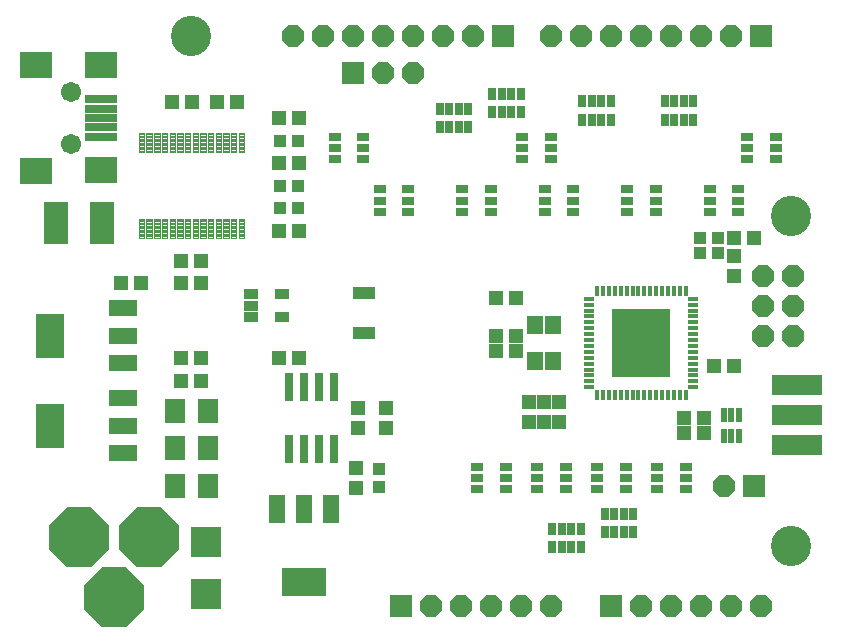
<source format=gts>
G75*
G70*
%OFA0B0*%
%FSLAX24Y24*%
%IPPOS*%
%LPD*%
%AMOC8*
5,1,8,0,0,1.08239X$1,22.5*
%
%ADD10C,0.1340*%
%ADD11OC8,0.0720*%
%ADD12R,0.0513X0.0474*%
%ADD13R,0.0720X0.0720*%
%ADD14R,0.0710X0.0789*%
%ADD15R,0.0474X0.0513*%
%ADD16R,0.0395X0.0395*%
%ADD17R,0.1025X0.1025*%
%ADD18OC8,0.1980*%
%ADD19C,0.0046*%
%ADD20R,0.0828X0.1419*%
%ADD21R,0.0960X0.0560*%
%ADD22R,0.0946X0.1497*%
%ADD23R,0.0316X0.0946*%
%ADD24R,0.0960X0.0560*%
%ADD25R,0.0560X0.0960*%
%ADD26R,0.1497X0.0946*%
%ADD27R,0.0178X0.0356*%
%ADD28R,0.0356X0.0178*%
%ADD29R,0.1950X0.2304*%
%ADD30R,0.0218X0.0474*%
%ADD31R,0.1680X0.0680*%
%ADD32R,0.0533X0.0631*%
%ADD33R,0.1064X0.0867*%
%ADD34R,0.1064X0.0277*%
%ADD35C,0.0674*%
%ADD36R,0.0395X0.0297*%
%ADD37R,0.0470X0.0352*%
%ADD38R,0.0749X0.0395*%
%ADD39R,0.0277X0.0434*%
D10*
X006847Y021340D03*
X026847Y015340D03*
X026847Y004340D03*
D11*
X025847Y002340D03*
X024847Y002340D03*
X023847Y002340D03*
X022847Y002340D03*
X021847Y002340D03*
X018847Y002340D03*
X017847Y002340D03*
X016847Y002340D03*
X015847Y002340D03*
X014847Y002340D03*
X024597Y006340D03*
X025902Y011321D03*
X026902Y011321D03*
X026902Y012321D03*
X025902Y012321D03*
X025902Y013321D03*
X026902Y013321D03*
X024847Y021340D03*
X023847Y021340D03*
X022847Y021340D03*
X021847Y021340D03*
X020847Y021340D03*
X019847Y021340D03*
X018847Y021340D03*
X016247Y021340D03*
X015247Y021340D03*
X014247Y021340D03*
X013247Y021340D03*
X012247Y021340D03*
X011247Y021340D03*
X010247Y021340D03*
X013247Y020090D03*
X014247Y020090D03*
D12*
X008381Y019140D03*
X007712Y019140D03*
X006881Y019140D03*
X006212Y019140D03*
X006512Y013090D03*
X007181Y013090D03*
X005181Y013090D03*
X004512Y013090D03*
X009762Y010590D03*
X010431Y010590D03*
X013347Y008925D03*
X013347Y008256D03*
X012347Y006925D03*
X012347Y006256D03*
X017012Y010840D03*
X017012Y011340D03*
X017681Y011340D03*
X017681Y010840D03*
X017681Y012590D03*
X017012Y012590D03*
X023262Y008590D03*
X023931Y008590D03*
X023931Y008090D03*
X023262Y008090D03*
X024262Y010340D03*
X024931Y010340D03*
X024927Y013326D03*
X024927Y013995D03*
D13*
X025847Y021340D03*
X017247Y021340D03*
X012247Y020090D03*
X025597Y006340D03*
X020847Y002340D03*
X013847Y002340D03*
D14*
X007398Y006340D03*
X006295Y006340D03*
X006295Y007590D03*
X007398Y007590D03*
X007398Y008840D03*
X006295Y008840D03*
D15*
X006512Y009840D03*
X007181Y009840D03*
X007181Y010590D03*
X006512Y010590D03*
X006512Y013840D03*
X007181Y013840D03*
X009762Y014840D03*
X010431Y014840D03*
X010431Y017090D03*
X009762Y017090D03*
X009762Y018590D03*
X010431Y018590D03*
X018097Y009125D03*
X018597Y009125D03*
X019097Y009125D03*
X019097Y008456D03*
X018597Y008456D03*
X018097Y008456D03*
X012397Y008256D03*
X012397Y008925D03*
X024922Y014580D03*
X025591Y014580D03*
D16*
X024392Y014590D03*
X024392Y014090D03*
X023801Y014090D03*
X023801Y014590D03*
X013097Y006886D03*
X013097Y006295D03*
X010392Y015590D03*
X009801Y015590D03*
X009801Y016340D03*
X010392Y016340D03*
X010392Y017840D03*
X009801Y017840D03*
D17*
X007347Y004457D03*
X007347Y002724D03*
D18*
X004267Y002640D03*
X005447Y004610D03*
X003087Y004610D03*
D19*
X005091Y014601D02*
X005275Y014601D01*
X005091Y014601D02*
X005091Y015225D01*
X005275Y015225D01*
X005275Y014601D01*
X005275Y014646D02*
X005091Y014646D01*
X005091Y014691D02*
X005275Y014691D01*
X005275Y014736D02*
X005091Y014736D01*
X005091Y014781D02*
X005275Y014781D01*
X005275Y014826D02*
X005091Y014826D01*
X005091Y014871D02*
X005275Y014871D01*
X005275Y014916D02*
X005091Y014916D01*
X005091Y014961D02*
X005275Y014961D01*
X005275Y015006D02*
X005091Y015006D01*
X005091Y015051D02*
X005275Y015051D01*
X005275Y015096D02*
X005091Y015096D01*
X005091Y015141D02*
X005275Y015141D01*
X005275Y015186D02*
X005091Y015186D01*
X005347Y014601D02*
X005531Y014601D01*
X005347Y014601D02*
X005347Y015225D01*
X005531Y015225D01*
X005531Y014601D01*
X005531Y014646D02*
X005347Y014646D01*
X005347Y014691D02*
X005531Y014691D01*
X005531Y014736D02*
X005347Y014736D01*
X005347Y014781D02*
X005531Y014781D01*
X005531Y014826D02*
X005347Y014826D01*
X005347Y014871D02*
X005531Y014871D01*
X005531Y014916D02*
X005347Y014916D01*
X005347Y014961D02*
X005531Y014961D01*
X005531Y015006D02*
X005347Y015006D01*
X005347Y015051D02*
X005531Y015051D01*
X005531Y015096D02*
X005347Y015096D01*
X005347Y015141D02*
X005531Y015141D01*
X005531Y015186D02*
X005347Y015186D01*
X005603Y014601D02*
X005787Y014601D01*
X005603Y014601D02*
X005603Y015225D01*
X005787Y015225D01*
X005787Y014601D01*
X005787Y014646D02*
X005603Y014646D01*
X005603Y014691D02*
X005787Y014691D01*
X005787Y014736D02*
X005603Y014736D01*
X005603Y014781D02*
X005787Y014781D01*
X005787Y014826D02*
X005603Y014826D01*
X005603Y014871D02*
X005787Y014871D01*
X005787Y014916D02*
X005603Y014916D01*
X005603Y014961D02*
X005787Y014961D01*
X005787Y015006D02*
X005603Y015006D01*
X005603Y015051D02*
X005787Y015051D01*
X005787Y015096D02*
X005603Y015096D01*
X005603Y015141D02*
X005787Y015141D01*
X005787Y015186D02*
X005603Y015186D01*
X005859Y014601D02*
X006043Y014601D01*
X005859Y014601D02*
X005859Y015225D01*
X006043Y015225D01*
X006043Y014601D01*
X006043Y014646D02*
X005859Y014646D01*
X005859Y014691D02*
X006043Y014691D01*
X006043Y014736D02*
X005859Y014736D01*
X005859Y014781D02*
X006043Y014781D01*
X006043Y014826D02*
X005859Y014826D01*
X005859Y014871D02*
X006043Y014871D01*
X006043Y014916D02*
X005859Y014916D01*
X005859Y014961D02*
X006043Y014961D01*
X006043Y015006D02*
X005859Y015006D01*
X005859Y015051D02*
X006043Y015051D01*
X006043Y015096D02*
X005859Y015096D01*
X005859Y015141D02*
X006043Y015141D01*
X006043Y015186D02*
X005859Y015186D01*
X006115Y014601D02*
X006299Y014601D01*
X006115Y014601D02*
X006115Y015225D01*
X006299Y015225D01*
X006299Y014601D01*
X006299Y014646D02*
X006115Y014646D01*
X006115Y014691D02*
X006299Y014691D01*
X006299Y014736D02*
X006115Y014736D01*
X006115Y014781D02*
X006299Y014781D01*
X006299Y014826D02*
X006115Y014826D01*
X006115Y014871D02*
X006299Y014871D01*
X006299Y014916D02*
X006115Y014916D01*
X006115Y014961D02*
X006299Y014961D01*
X006299Y015006D02*
X006115Y015006D01*
X006115Y015051D02*
X006299Y015051D01*
X006299Y015096D02*
X006115Y015096D01*
X006115Y015141D02*
X006299Y015141D01*
X006299Y015186D02*
X006115Y015186D01*
X006371Y014601D02*
X006555Y014601D01*
X006371Y014601D02*
X006371Y015225D01*
X006555Y015225D01*
X006555Y014601D01*
X006555Y014646D02*
X006371Y014646D01*
X006371Y014691D02*
X006555Y014691D01*
X006555Y014736D02*
X006371Y014736D01*
X006371Y014781D02*
X006555Y014781D01*
X006555Y014826D02*
X006371Y014826D01*
X006371Y014871D02*
X006555Y014871D01*
X006555Y014916D02*
X006371Y014916D01*
X006371Y014961D02*
X006555Y014961D01*
X006555Y015006D02*
X006371Y015006D01*
X006371Y015051D02*
X006555Y015051D01*
X006555Y015096D02*
X006371Y015096D01*
X006371Y015141D02*
X006555Y015141D01*
X006555Y015186D02*
X006371Y015186D01*
X006627Y014601D02*
X006811Y014601D01*
X006627Y014601D02*
X006627Y015225D01*
X006811Y015225D01*
X006811Y014601D01*
X006811Y014646D02*
X006627Y014646D01*
X006627Y014691D02*
X006811Y014691D01*
X006811Y014736D02*
X006627Y014736D01*
X006627Y014781D02*
X006811Y014781D01*
X006811Y014826D02*
X006627Y014826D01*
X006627Y014871D02*
X006811Y014871D01*
X006811Y014916D02*
X006627Y014916D01*
X006627Y014961D02*
X006811Y014961D01*
X006811Y015006D02*
X006627Y015006D01*
X006627Y015051D02*
X006811Y015051D01*
X006811Y015096D02*
X006627Y015096D01*
X006627Y015141D02*
X006811Y015141D01*
X006811Y015186D02*
X006627Y015186D01*
X006883Y014601D02*
X007067Y014601D01*
X006883Y014601D02*
X006883Y015225D01*
X007067Y015225D01*
X007067Y014601D01*
X007067Y014646D02*
X006883Y014646D01*
X006883Y014691D02*
X007067Y014691D01*
X007067Y014736D02*
X006883Y014736D01*
X006883Y014781D02*
X007067Y014781D01*
X007067Y014826D02*
X006883Y014826D01*
X006883Y014871D02*
X007067Y014871D01*
X007067Y014916D02*
X006883Y014916D01*
X006883Y014961D02*
X007067Y014961D01*
X007067Y015006D02*
X006883Y015006D01*
X006883Y015051D02*
X007067Y015051D01*
X007067Y015096D02*
X006883Y015096D01*
X006883Y015141D02*
X007067Y015141D01*
X007067Y015186D02*
X006883Y015186D01*
X007138Y014601D02*
X007322Y014601D01*
X007138Y014601D02*
X007138Y015225D01*
X007322Y015225D01*
X007322Y014601D01*
X007322Y014646D02*
X007138Y014646D01*
X007138Y014691D02*
X007322Y014691D01*
X007322Y014736D02*
X007138Y014736D01*
X007138Y014781D02*
X007322Y014781D01*
X007322Y014826D02*
X007138Y014826D01*
X007138Y014871D02*
X007322Y014871D01*
X007322Y014916D02*
X007138Y014916D01*
X007138Y014961D02*
X007322Y014961D01*
X007322Y015006D02*
X007138Y015006D01*
X007138Y015051D02*
X007322Y015051D01*
X007322Y015096D02*
X007138Y015096D01*
X007138Y015141D02*
X007322Y015141D01*
X007322Y015186D02*
X007138Y015186D01*
X007394Y014601D02*
X007578Y014601D01*
X007394Y014601D02*
X007394Y015225D01*
X007578Y015225D01*
X007578Y014601D01*
X007578Y014646D02*
X007394Y014646D01*
X007394Y014691D02*
X007578Y014691D01*
X007578Y014736D02*
X007394Y014736D01*
X007394Y014781D02*
X007578Y014781D01*
X007578Y014826D02*
X007394Y014826D01*
X007394Y014871D02*
X007578Y014871D01*
X007578Y014916D02*
X007394Y014916D01*
X007394Y014961D02*
X007578Y014961D01*
X007578Y015006D02*
X007394Y015006D01*
X007394Y015051D02*
X007578Y015051D01*
X007578Y015096D02*
X007394Y015096D01*
X007394Y015141D02*
X007578Y015141D01*
X007578Y015186D02*
X007394Y015186D01*
X007650Y014601D02*
X007834Y014601D01*
X007650Y014601D02*
X007650Y015225D01*
X007834Y015225D01*
X007834Y014601D01*
X007834Y014646D02*
X007650Y014646D01*
X007650Y014691D02*
X007834Y014691D01*
X007834Y014736D02*
X007650Y014736D01*
X007650Y014781D02*
X007834Y014781D01*
X007834Y014826D02*
X007650Y014826D01*
X007650Y014871D02*
X007834Y014871D01*
X007834Y014916D02*
X007650Y014916D01*
X007650Y014961D02*
X007834Y014961D01*
X007834Y015006D02*
X007650Y015006D01*
X007650Y015051D02*
X007834Y015051D01*
X007834Y015096D02*
X007650Y015096D01*
X007650Y015141D02*
X007834Y015141D01*
X007834Y015186D02*
X007650Y015186D01*
X007906Y014601D02*
X008090Y014601D01*
X007906Y014601D02*
X007906Y015225D01*
X008090Y015225D01*
X008090Y014601D01*
X008090Y014646D02*
X007906Y014646D01*
X007906Y014691D02*
X008090Y014691D01*
X008090Y014736D02*
X007906Y014736D01*
X007906Y014781D02*
X008090Y014781D01*
X008090Y014826D02*
X007906Y014826D01*
X007906Y014871D02*
X008090Y014871D01*
X008090Y014916D02*
X007906Y014916D01*
X007906Y014961D02*
X008090Y014961D01*
X008090Y015006D02*
X007906Y015006D01*
X007906Y015051D02*
X008090Y015051D01*
X008090Y015096D02*
X007906Y015096D01*
X007906Y015141D02*
X008090Y015141D01*
X008090Y015186D02*
X007906Y015186D01*
X008162Y014601D02*
X008346Y014601D01*
X008162Y014601D02*
X008162Y015225D01*
X008346Y015225D01*
X008346Y014601D01*
X008346Y014646D02*
X008162Y014646D01*
X008162Y014691D02*
X008346Y014691D01*
X008346Y014736D02*
X008162Y014736D01*
X008162Y014781D02*
X008346Y014781D01*
X008346Y014826D02*
X008162Y014826D01*
X008162Y014871D02*
X008346Y014871D01*
X008346Y014916D02*
X008162Y014916D01*
X008162Y014961D02*
X008346Y014961D01*
X008346Y015006D02*
X008162Y015006D01*
X008162Y015051D02*
X008346Y015051D01*
X008346Y015096D02*
X008162Y015096D01*
X008162Y015141D02*
X008346Y015141D01*
X008346Y015186D02*
X008162Y015186D01*
X008418Y014601D02*
X008602Y014601D01*
X008418Y014601D02*
X008418Y015225D01*
X008602Y015225D01*
X008602Y014601D01*
X008602Y014646D02*
X008418Y014646D01*
X008418Y014691D02*
X008602Y014691D01*
X008602Y014736D02*
X008418Y014736D01*
X008418Y014781D02*
X008602Y014781D01*
X008602Y014826D02*
X008418Y014826D01*
X008418Y014871D02*
X008602Y014871D01*
X008602Y014916D02*
X008418Y014916D01*
X008418Y014961D02*
X008602Y014961D01*
X008602Y015006D02*
X008418Y015006D01*
X008418Y015051D02*
X008602Y015051D01*
X008602Y015096D02*
X008418Y015096D01*
X008418Y015141D02*
X008602Y015141D01*
X008602Y015186D02*
X008418Y015186D01*
X008418Y017456D02*
X008602Y017456D01*
X008418Y017456D02*
X008418Y018080D01*
X008602Y018080D01*
X008602Y017456D01*
X008602Y017501D02*
X008418Y017501D01*
X008418Y017546D02*
X008602Y017546D01*
X008602Y017591D02*
X008418Y017591D01*
X008418Y017636D02*
X008602Y017636D01*
X008602Y017681D02*
X008418Y017681D01*
X008418Y017726D02*
X008602Y017726D01*
X008602Y017771D02*
X008418Y017771D01*
X008418Y017816D02*
X008602Y017816D01*
X008602Y017861D02*
X008418Y017861D01*
X008418Y017906D02*
X008602Y017906D01*
X008602Y017951D02*
X008418Y017951D01*
X008418Y017996D02*
X008602Y017996D01*
X008602Y018041D02*
X008418Y018041D01*
X008346Y017456D02*
X008162Y017456D01*
X008162Y018080D01*
X008346Y018080D01*
X008346Y017456D01*
X008346Y017501D02*
X008162Y017501D01*
X008162Y017546D02*
X008346Y017546D01*
X008346Y017591D02*
X008162Y017591D01*
X008162Y017636D02*
X008346Y017636D01*
X008346Y017681D02*
X008162Y017681D01*
X008162Y017726D02*
X008346Y017726D01*
X008346Y017771D02*
X008162Y017771D01*
X008162Y017816D02*
X008346Y017816D01*
X008346Y017861D02*
X008162Y017861D01*
X008162Y017906D02*
X008346Y017906D01*
X008346Y017951D02*
X008162Y017951D01*
X008162Y017996D02*
X008346Y017996D01*
X008346Y018041D02*
X008162Y018041D01*
X008090Y017456D02*
X007906Y017456D01*
X007906Y018080D01*
X008090Y018080D01*
X008090Y017456D01*
X008090Y017501D02*
X007906Y017501D01*
X007906Y017546D02*
X008090Y017546D01*
X008090Y017591D02*
X007906Y017591D01*
X007906Y017636D02*
X008090Y017636D01*
X008090Y017681D02*
X007906Y017681D01*
X007906Y017726D02*
X008090Y017726D01*
X008090Y017771D02*
X007906Y017771D01*
X007906Y017816D02*
X008090Y017816D01*
X008090Y017861D02*
X007906Y017861D01*
X007906Y017906D02*
X008090Y017906D01*
X008090Y017951D02*
X007906Y017951D01*
X007906Y017996D02*
X008090Y017996D01*
X008090Y018041D02*
X007906Y018041D01*
X007834Y017456D02*
X007650Y017456D01*
X007650Y018080D01*
X007834Y018080D01*
X007834Y017456D01*
X007834Y017501D02*
X007650Y017501D01*
X007650Y017546D02*
X007834Y017546D01*
X007834Y017591D02*
X007650Y017591D01*
X007650Y017636D02*
X007834Y017636D01*
X007834Y017681D02*
X007650Y017681D01*
X007650Y017726D02*
X007834Y017726D01*
X007834Y017771D02*
X007650Y017771D01*
X007650Y017816D02*
X007834Y017816D01*
X007834Y017861D02*
X007650Y017861D01*
X007650Y017906D02*
X007834Y017906D01*
X007834Y017951D02*
X007650Y017951D01*
X007650Y017996D02*
X007834Y017996D01*
X007834Y018041D02*
X007650Y018041D01*
X007578Y017456D02*
X007394Y017456D01*
X007394Y018080D01*
X007578Y018080D01*
X007578Y017456D01*
X007578Y017501D02*
X007394Y017501D01*
X007394Y017546D02*
X007578Y017546D01*
X007578Y017591D02*
X007394Y017591D01*
X007394Y017636D02*
X007578Y017636D01*
X007578Y017681D02*
X007394Y017681D01*
X007394Y017726D02*
X007578Y017726D01*
X007578Y017771D02*
X007394Y017771D01*
X007394Y017816D02*
X007578Y017816D01*
X007578Y017861D02*
X007394Y017861D01*
X007394Y017906D02*
X007578Y017906D01*
X007578Y017951D02*
X007394Y017951D01*
X007394Y017996D02*
X007578Y017996D01*
X007578Y018041D02*
X007394Y018041D01*
X007322Y017456D02*
X007138Y017456D01*
X007138Y018080D01*
X007322Y018080D01*
X007322Y017456D01*
X007322Y017501D02*
X007138Y017501D01*
X007138Y017546D02*
X007322Y017546D01*
X007322Y017591D02*
X007138Y017591D01*
X007138Y017636D02*
X007322Y017636D01*
X007322Y017681D02*
X007138Y017681D01*
X007138Y017726D02*
X007322Y017726D01*
X007322Y017771D02*
X007138Y017771D01*
X007138Y017816D02*
X007322Y017816D01*
X007322Y017861D02*
X007138Y017861D01*
X007138Y017906D02*
X007322Y017906D01*
X007322Y017951D02*
X007138Y017951D01*
X007138Y017996D02*
X007322Y017996D01*
X007322Y018041D02*
X007138Y018041D01*
X007067Y017456D02*
X006883Y017456D01*
X006883Y018080D01*
X007067Y018080D01*
X007067Y017456D01*
X007067Y017501D02*
X006883Y017501D01*
X006883Y017546D02*
X007067Y017546D01*
X007067Y017591D02*
X006883Y017591D01*
X006883Y017636D02*
X007067Y017636D01*
X007067Y017681D02*
X006883Y017681D01*
X006883Y017726D02*
X007067Y017726D01*
X007067Y017771D02*
X006883Y017771D01*
X006883Y017816D02*
X007067Y017816D01*
X007067Y017861D02*
X006883Y017861D01*
X006883Y017906D02*
X007067Y017906D01*
X007067Y017951D02*
X006883Y017951D01*
X006883Y017996D02*
X007067Y017996D01*
X007067Y018041D02*
X006883Y018041D01*
X006811Y017456D02*
X006627Y017456D01*
X006627Y018080D01*
X006811Y018080D01*
X006811Y017456D01*
X006811Y017501D02*
X006627Y017501D01*
X006627Y017546D02*
X006811Y017546D01*
X006811Y017591D02*
X006627Y017591D01*
X006627Y017636D02*
X006811Y017636D01*
X006811Y017681D02*
X006627Y017681D01*
X006627Y017726D02*
X006811Y017726D01*
X006811Y017771D02*
X006627Y017771D01*
X006627Y017816D02*
X006811Y017816D01*
X006811Y017861D02*
X006627Y017861D01*
X006627Y017906D02*
X006811Y017906D01*
X006811Y017951D02*
X006627Y017951D01*
X006627Y017996D02*
X006811Y017996D01*
X006811Y018041D02*
X006627Y018041D01*
X006555Y017456D02*
X006371Y017456D01*
X006371Y018080D01*
X006555Y018080D01*
X006555Y017456D01*
X006555Y017501D02*
X006371Y017501D01*
X006371Y017546D02*
X006555Y017546D01*
X006555Y017591D02*
X006371Y017591D01*
X006371Y017636D02*
X006555Y017636D01*
X006555Y017681D02*
X006371Y017681D01*
X006371Y017726D02*
X006555Y017726D01*
X006555Y017771D02*
X006371Y017771D01*
X006371Y017816D02*
X006555Y017816D01*
X006555Y017861D02*
X006371Y017861D01*
X006371Y017906D02*
X006555Y017906D01*
X006555Y017951D02*
X006371Y017951D01*
X006371Y017996D02*
X006555Y017996D01*
X006555Y018041D02*
X006371Y018041D01*
X006299Y017456D02*
X006115Y017456D01*
X006115Y018080D01*
X006299Y018080D01*
X006299Y017456D01*
X006299Y017501D02*
X006115Y017501D01*
X006115Y017546D02*
X006299Y017546D01*
X006299Y017591D02*
X006115Y017591D01*
X006115Y017636D02*
X006299Y017636D01*
X006299Y017681D02*
X006115Y017681D01*
X006115Y017726D02*
X006299Y017726D01*
X006299Y017771D02*
X006115Y017771D01*
X006115Y017816D02*
X006299Y017816D01*
X006299Y017861D02*
X006115Y017861D01*
X006115Y017906D02*
X006299Y017906D01*
X006299Y017951D02*
X006115Y017951D01*
X006115Y017996D02*
X006299Y017996D01*
X006299Y018041D02*
X006115Y018041D01*
X006043Y017456D02*
X005859Y017456D01*
X005859Y018080D01*
X006043Y018080D01*
X006043Y017456D01*
X006043Y017501D02*
X005859Y017501D01*
X005859Y017546D02*
X006043Y017546D01*
X006043Y017591D02*
X005859Y017591D01*
X005859Y017636D02*
X006043Y017636D01*
X006043Y017681D02*
X005859Y017681D01*
X005859Y017726D02*
X006043Y017726D01*
X006043Y017771D02*
X005859Y017771D01*
X005859Y017816D02*
X006043Y017816D01*
X006043Y017861D02*
X005859Y017861D01*
X005859Y017906D02*
X006043Y017906D01*
X006043Y017951D02*
X005859Y017951D01*
X005859Y017996D02*
X006043Y017996D01*
X006043Y018041D02*
X005859Y018041D01*
X005787Y017456D02*
X005603Y017456D01*
X005603Y018080D01*
X005787Y018080D01*
X005787Y017456D01*
X005787Y017501D02*
X005603Y017501D01*
X005603Y017546D02*
X005787Y017546D01*
X005787Y017591D02*
X005603Y017591D01*
X005603Y017636D02*
X005787Y017636D01*
X005787Y017681D02*
X005603Y017681D01*
X005603Y017726D02*
X005787Y017726D01*
X005787Y017771D02*
X005603Y017771D01*
X005603Y017816D02*
X005787Y017816D01*
X005787Y017861D02*
X005603Y017861D01*
X005603Y017906D02*
X005787Y017906D01*
X005787Y017951D02*
X005603Y017951D01*
X005603Y017996D02*
X005787Y017996D01*
X005787Y018041D02*
X005603Y018041D01*
X005531Y017456D02*
X005347Y017456D01*
X005347Y018080D01*
X005531Y018080D01*
X005531Y017456D01*
X005531Y017501D02*
X005347Y017501D01*
X005347Y017546D02*
X005531Y017546D01*
X005531Y017591D02*
X005347Y017591D01*
X005347Y017636D02*
X005531Y017636D01*
X005531Y017681D02*
X005347Y017681D01*
X005347Y017726D02*
X005531Y017726D01*
X005531Y017771D02*
X005347Y017771D01*
X005347Y017816D02*
X005531Y017816D01*
X005531Y017861D02*
X005347Y017861D01*
X005347Y017906D02*
X005531Y017906D01*
X005531Y017951D02*
X005347Y017951D01*
X005347Y017996D02*
X005531Y017996D01*
X005531Y018041D02*
X005347Y018041D01*
X005275Y017456D02*
X005091Y017456D01*
X005091Y018080D01*
X005275Y018080D01*
X005275Y017456D01*
X005275Y017501D02*
X005091Y017501D01*
X005091Y017546D02*
X005275Y017546D01*
X005275Y017591D02*
X005091Y017591D01*
X005091Y017636D02*
X005275Y017636D01*
X005275Y017681D02*
X005091Y017681D01*
X005091Y017726D02*
X005275Y017726D01*
X005275Y017771D02*
X005091Y017771D01*
X005091Y017816D02*
X005275Y017816D01*
X005275Y017861D02*
X005091Y017861D01*
X005091Y017906D02*
X005275Y017906D01*
X005275Y017951D02*
X005091Y017951D01*
X005091Y017996D02*
X005275Y017996D01*
X005275Y018041D02*
X005091Y018041D01*
D20*
X003864Y015090D03*
X002329Y015090D03*
D21*
X004567Y012250D03*
X004567Y011340D03*
X004567Y010430D03*
D22*
X002127Y011340D03*
X002127Y008340D03*
D23*
X010097Y007567D03*
X010597Y007567D03*
X011097Y007567D03*
X011597Y007567D03*
X011597Y009614D03*
X011097Y009614D03*
X010597Y009614D03*
X010097Y009614D03*
D24*
X004567Y009250D03*
X004567Y008340D03*
X004567Y007431D03*
D25*
X009687Y005561D03*
X010597Y005561D03*
X011506Y005561D03*
D26*
X010597Y003120D03*
D27*
X020370Y009358D03*
X020567Y009358D03*
X020764Y009358D03*
X020961Y009358D03*
X021158Y009358D03*
X021354Y009358D03*
X021551Y009358D03*
X021748Y009358D03*
X021945Y009358D03*
X022142Y009358D03*
X022339Y009358D03*
X022536Y009358D03*
X022732Y009358D03*
X022929Y009358D03*
X023126Y009358D03*
X023323Y009358D03*
X023323Y012823D03*
X023126Y012823D03*
X022929Y012823D03*
X022732Y012823D03*
X022536Y012823D03*
X022339Y012823D03*
X022142Y012823D03*
X021945Y012823D03*
X021748Y012823D03*
X021551Y012823D03*
X021354Y012823D03*
X021158Y012823D03*
X020961Y012823D03*
X020764Y012823D03*
X020567Y012823D03*
X020370Y012823D03*
D28*
X020114Y012567D03*
X020114Y012370D03*
X020114Y012173D03*
X020114Y011976D03*
X020114Y011779D03*
X020114Y011583D03*
X020114Y011386D03*
X020114Y011189D03*
X020114Y010992D03*
X020114Y010795D03*
X020114Y010598D03*
X020114Y010401D03*
X020114Y010205D03*
X020114Y010008D03*
X020114Y009811D03*
X020114Y009614D03*
X023579Y009614D03*
X023579Y009811D03*
X023579Y010008D03*
X023579Y010205D03*
X023579Y010401D03*
X023579Y010598D03*
X023579Y010795D03*
X023579Y010992D03*
X023579Y011189D03*
X023579Y011386D03*
X023579Y011583D03*
X023579Y011779D03*
X023579Y011976D03*
X023579Y012173D03*
X023579Y012370D03*
X023579Y012567D03*
D29*
X021847Y011090D03*
D30*
X024591Y008695D03*
X024847Y008695D03*
X025103Y008695D03*
X025103Y007986D03*
X024847Y007986D03*
X024591Y007986D03*
D31*
X027047Y007690D03*
X027047Y008690D03*
X027047Y009690D03*
D32*
X018912Y010500D03*
X018282Y010500D03*
X018282Y011681D03*
X018912Y011681D03*
D33*
X003831Y016858D03*
X001666Y016819D03*
X001666Y020362D03*
X003831Y020362D03*
D34*
X003831Y019220D03*
X003831Y018905D03*
X003831Y018590D03*
X003831Y018276D03*
X003831Y017961D03*
D35*
X002847Y017724D03*
X002847Y019457D03*
D36*
X011624Y017964D03*
X011624Y017590D03*
X011624Y017216D03*
X012569Y017216D03*
X012569Y017590D03*
X012569Y017964D03*
X013124Y016214D03*
X013124Y015840D03*
X013124Y015466D03*
X014069Y015466D03*
X014069Y015840D03*
X014069Y016214D03*
X015874Y016214D03*
X015874Y015840D03*
X015874Y015466D03*
X016819Y015466D03*
X016819Y015840D03*
X016819Y016214D03*
X017874Y017216D03*
X017874Y017590D03*
X017874Y017964D03*
X018819Y017964D03*
X018819Y017590D03*
X018819Y017216D03*
X018624Y016214D03*
X018624Y015840D03*
X018624Y015466D03*
X019569Y015466D03*
X019569Y015840D03*
X019569Y016214D03*
X021374Y016214D03*
X021374Y015840D03*
X021374Y015466D03*
X022319Y015466D03*
X022319Y015840D03*
X022319Y016214D03*
X024124Y016214D03*
X024124Y015840D03*
X024124Y015466D03*
X025069Y015466D03*
X025069Y015840D03*
X025069Y016214D03*
X025374Y017216D03*
X025374Y017590D03*
X025374Y017964D03*
X026319Y017964D03*
X026319Y017590D03*
X026319Y017216D03*
X023319Y006964D03*
X023319Y006590D03*
X023319Y006216D03*
X022374Y006216D03*
X022374Y006590D03*
X022374Y006964D03*
X021319Y006964D03*
X021319Y006590D03*
X021319Y006216D03*
X020374Y006216D03*
X020374Y006590D03*
X020374Y006964D03*
X019319Y006964D03*
X019319Y006590D03*
X019319Y006216D03*
X018374Y006216D03*
X018374Y006590D03*
X018374Y006964D03*
X017319Y006964D03*
X017319Y006590D03*
X017319Y006216D03*
X016374Y006216D03*
X016374Y006590D03*
X016374Y006964D03*
D37*
X009858Y011966D03*
X009858Y012714D03*
X008839Y012714D03*
X008839Y012340D03*
X008839Y011966D03*
D38*
X012597Y011421D03*
X012597Y012760D03*
D39*
X015124Y018276D03*
X015439Y018276D03*
X015754Y018276D03*
X016069Y018276D03*
X016069Y018905D03*
X015754Y018905D03*
X015439Y018905D03*
X015124Y018905D03*
X016874Y018776D03*
X017189Y018776D03*
X017504Y018776D03*
X017819Y018776D03*
X017819Y019405D03*
X017504Y019405D03*
X017189Y019405D03*
X016874Y019405D03*
X019874Y019155D03*
X020189Y019155D03*
X020504Y019155D03*
X020819Y019155D03*
X020819Y018526D03*
X020504Y018526D03*
X020189Y018526D03*
X019874Y018526D03*
X022624Y018526D03*
X022939Y018526D03*
X023254Y018526D03*
X023569Y018526D03*
X023569Y019155D03*
X023254Y019155D03*
X022939Y019155D03*
X022624Y019155D03*
X021569Y005405D03*
X021254Y005405D03*
X020939Y005405D03*
X020624Y005405D03*
X020624Y004776D03*
X020939Y004776D03*
X021254Y004776D03*
X021569Y004776D03*
X019819Y004905D03*
X019504Y004905D03*
X019189Y004905D03*
X018874Y004905D03*
X018874Y004276D03*
X019189Y004276D03*
X019504Y004276D03*
X019819Y004276D03*
M02*

</source>
